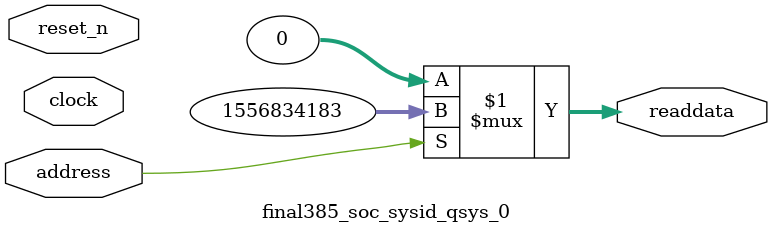
<source format=v>



// synthesis translate_off
`timescale 1ns / 1ps
// synthesis translate_on

// turn off superfluous verilog processor warnings 
// altera message_level Level1 
// altera message_off 10034 10035 10036 10037 10230 10240 10030 

module final385_soc_sysid_qsys_0 (
               // inputs:
                address,
                clock,
                reset_n,

               // outputs:
                readdata
             )
;

  output  [ 31: 0] readdata;
  input            address;
  input            clock;
  input            reset_n;

  wire    [ 31: 0] readdata;
  //control_slave, which is an e_avalon_slave
  assign readdata = address ? 1556834183 : 0;

endmodule



</source>
